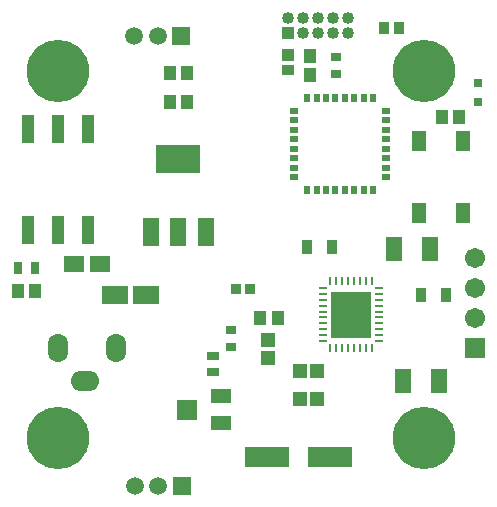
<source format=gts>
G04*
G04 #@! TF.GenerationSoftware,Altium Limited,Altium Designer,21.1.1 (26)*
G04*
G04 Layer_Color=8388736*
%FSLAX25Y25*%
%MOIN*%
G70*
G04*
G04 #@! TF.SameCoordinates,B944FD0A-875C-4FF3-B887-5F38681DF828*
G04*
G04*
G04 #@! TF.FilePolarity,Negative*
G04*
G01*
G75*
%ADD16R,0.03150X0.01968*%
%ADD17R,0.01968X0.03150*%
%ADD19R,0.03543X0.03150*%
%ADD23R,0.03765X0.04749*%
%ADD27R,0.02996X0.00955*%
G04:AMPARAMS|DCode=28|XSize=29.96mil|YSize=9.55mil|CornerRadius=4.77mil|HoleSize=0mil|Usage=FLASHONLY|Rotation=180.000|XOffset=0mil|YOffset=0mil|HoleType=Round|Shape=RoundedRectangle|*
%AMROUNDEDRECTD28*
21,1,0.02996,0.00000,0,0,180.0*
21,1,0.02042,0.00955,0,0,180.0*
1,1,0.00955,-0.01021,0.00000*
1,1,0.00955,0.01021,0.00000*
1,1,0.00955,0.01021,0.00000*
1,1,0.00955,-0.01021,0.00000*
%
%ADD28ROUNDEDRECTD28*%
G04:AMPARAMS|DCode=29|XSize=9.55mil|YSize=29.96mil|CornerRadius=4.77mil|HoleSize=0mil|Usage=FLASHONLY|Rotation=180.000|XOffset=0mil|YOffset=0mil|HoleType=Round|Shape=RoundedRectangle|*
%AMROUNDEDRECTD29*
21,1,0.00955,0.02042,0,0,180.0*
21,1,0.00000,0.02996,0,0,180.0*
1,1,0.00955,0.00000,0.01021*
1,1,0.00955,0.00000,0.01021*
1,1,0.00955,0.00000,-0.01021*
1,1,0.00955,0.00000,-0.01021*
%
%ADD29ROUNDEDRECTD29*%
%ADD33R,0.03985X0.04758*%
%ADD39R,0.03150X0.03150*%
%ADD40R,0.04449X0.09606*%
%ADD42R,0.03371X0.03379*%
%ADD44R,0.04343X0.03950*%
%ADD45R,0.05524X0.09461*%
%ADD46R,0.14580X0.09461*%
%ADD47R,0.04737X0.07099*%
%ADD48R,0.14580X0.07099*%
%ADD49R,0.04540X0.04934*%
%ADD50R,0.06902X0.05524*%
%ADD51R,0.13780X0.15748*%
%ADD52R,0.07099X0.05131*%
%ADD53R,0.07099X0.07099*%
%ADD54R,0.04343X0.04934*%
%ADD55R,0.08674X0.06115*%
%ADD56R,0.05721X0.07887*%
%ADD57R,0.03753X0.04147*%
%ADD58R,0.04343X0.03556*%
%ADD59R,0.03162X0.03950*%
%ADD60R,0.03950X0.03162*%
%ADD61R,0.04934X0.04540*%
%ADD62O,0.06706X0.09658*%
%ADD63O,0.09658X0.06706*%
%ADD64R,0.05918X0.05918*%
%ADD65C,0.05918*%
%ADD66C,0.20800*%
%ADD67C,0.06706*%
%ADD68R,0.06706X0.06706*%
%ADD69C,0.04000*%
%ADD70R,0.04000X0.04000*%
D16*
X17571Y47878D02*
D03*
Y44728D02*
D03*
Y41579D02*
D03*
Y38429D02*
D03*
Y35280D02*
D03*
Y32130D02*
D03*
Y28980D02*
D03*
X17571Y25831D02*
D03*
X48280Y25831D02*
D03*
Y28980D02*
D03*
Y32130D02*
D03*
Y35280D02*
D03*
Y38429D02*
D03*
Y41579D02*
D03*
Y44728D02*
D03*
Y47878D02*
D03*
D17*
X21902Y21500D02*
D03*
X25051Y21500D02*
D03*
X28201D02*
D03*
X31350D02*
D03*
X34500D02*
D03*
X37650D02*
D03*
X40799D02*
D03*
X43949D02*
D03*
X43949Y52209D02*
D03*
X40799D02*
D03*
X37650D02*
D03*
X34500D02*
D03*
X31350D02*
D03*
X28201D02*
D03*
X25051D02*
D03*
X21902D02*
D03*
D19*
X31500Y60047D02*
D03*
X31500Y65953D02*
D03*
X-3500Y-30953D02*
D03*
Y-25047D02*
D03*
D23*
X21964Y2500D02*
D03*
X30035D02*
D03*
X68035Y-13500D02*
D03*
X59965D02*
D03*
D27*
X45853Y-28858D02*
D03*
D28*
Y-26890D02*
D03*
Y-24921D02*
D03*
Y-22953D02*
D03*
Y-20984D02*
D03*
Y-19016D02*
D03*
Y-17047D02*
D03*
Y-15079D02*
D03*
Y-13110D02*
D03*
Y-11142D02*
D03*
X27147D02*
D03*
Y-13110D02*
D03*
Y-15079D02*
D03*
Y-17047D02*
D03*
Y-19016D02*
D03*
Y-20984D02*
D03*
Y-22953D02*
D03*
Y-24921D02*
D03*
Y-26890D02*
D03*
Y-28858D02*
D03*
D29*
X43390Y-8679D02*
D03*
X41421Y-8679D02*
D03*
X39453D02*
D03*
X37484D02*
D03*
X35516D02*
D03*
X33547D02*
D03*
X31579D02*
D03*
X29610Y-8679D02*
D03*
Y-31321D02*
D03*
X31579Y-31321D02*
D03*
X33547D02*
D03*
X35516D02*
D03*
X37484D02*
D03*
X39453D02*
D03*
X41421D02*
D03*
X43390Y-31321D02*
D03*
D33*
X23000Y66157D02*
D03*
Y59843D02*
D03*
D39*
X79000Y57248D02*
D03*
Y50752D02*
D03*
D40*
X-51000Y41929D02*
D03*
X-61000D02*
D03*
X-71000D02*
D03*
Y8071D02*
D03*
X-61000D02*
D03*
X-51000D02*
D03*
D42*
X-1866Y-11500D02*
D03*
X2866Y-11500D02*
D03*
D44*
X15500Y66362D02*
D03*
D45*
X-30055Y7591D02*
D03*
X-21000D02*
D03*
X-11945D02*
D03*
D46*
X-21000Y32000D02*
D03*
D47*
X59039Y13984D02*
D03*
X74000D02*
D03*
X59039Y38000D02*
D03*
X74000D02*
D03*
D48*
X8370Y-67500D02*
D03*
X29630D02*
D03*
D49*
X19546Y-48000D02*
D03*
X25254D02*
D03*
X19546Y-38900D02*
D03*
X25254Y-38900D02*
D03*
D50*
X-55831Y-3000D02*
D03*
X-47169D02*
D03*
D51*
X36500Y-20000D02*
D03*
D52*
X-6691Y-56228D02*
D03*
Y-47172D02*
D03*
D53*
X-18109Y-51700D02*
D03*
D54*
X-23854Y60500D02*
D03*
X-18146D02*
D03*
X-23854Y51000D02*
D03*
X-18146D02*
D03*
X66746Y45700D02*
D03*
X72454D02*
D03*
X12054Y-21100D02*
D03*
X6346D02*
D03*
X-74354Y-12000D02*
D03*
X-68646D02*
D03*
D55*
X-42217Y-13500D02*
D03*
X-31784D02*
D03*
D56*
X53996Y-42000D02*
D03*
X66004D02*
D03*
X63004Y2000D02*
D03*
X50996D02*
D03*
D57*
X47441Y75500D02*
D03*
X52559D02*
D03*
D58*
X15500Y61638D02*
D03*
D59*
X-68646Y-4500D02*
D03*
X-74354D02*
D03*
D60*
X-9500Y-39059D02*
D03*
Y-33941D02*
D03*
D61*
X9000Y-34354D02*
D03*
Y-28646D02*
D03*
D62*
X-41937Y-31000D02*
D03*
X-61228D02*
D03*
D63*
X-52173Y-42024D02*
D03*
D64*
X-19826Y-77165D02*
D03*
X-20000Y72835D02*
D03*
D65*
X-27700Y-77165D02*
D03*
X-35574D02*
D03*
X-35748Y72835D02*
D03*
X-27874Y72835D02*
D03*
D66*
X-61024Y-61024D02*
D03*
X61024D02*
D03*
X-61024Y61024D02*
D03*
X61024D02*
D03*
D67*
X78000Y-1000D02*
D03*
Y-11000D02*
D03*
Y-21000D02*
D03*
D68*
Y-31000D02*
D03*
D69*
X35500Y79000D02*
D03*
X30500Y79000D02*
D03*
X25500D02*
D03*
X20500Y79000D02*
D03*
X15500D02*
D03*
X35500Y74000D02*
D03*
X30500Y74000D02*
D03*
X25500Y74000D02*
D03*
X20500D02*
D03*
D70*
X15500Y74000D02*
D03*
M02*

</source>
